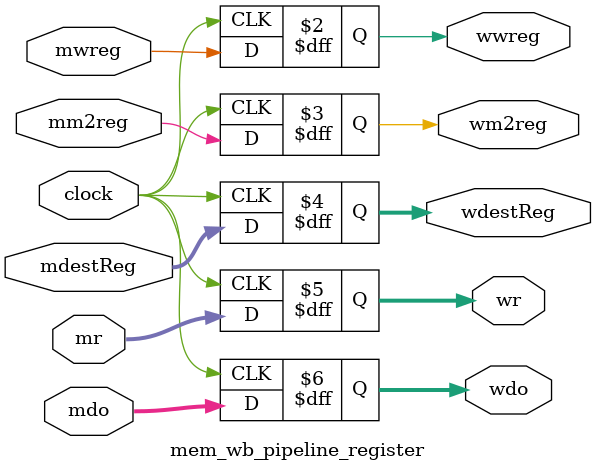
<source format=v>
`timescale 1ns / 1ps


module mem_wb_pipeline_register(
    input wire mwreg,
    input wire mm2reg,
    input wire [4:0] mdestReg,
    input wire [31:0] mr,
    input wire [31:0] mdo,
    input wire clock,
    output reg wwreg,
    output reg wm2reg,
    output reg [4:0] wdestReg,
    output reg [31:0] wr,
    output reg [31:0] wdo
    );
    always @ (posedge clock) begin 
        wwreg <= mwreg;
        wm2reg <= mm2reg;
        wdestReg <= mdestReg;
        wr <= mr;
        wdo <= mdo;
    end
endmodule

</source>
